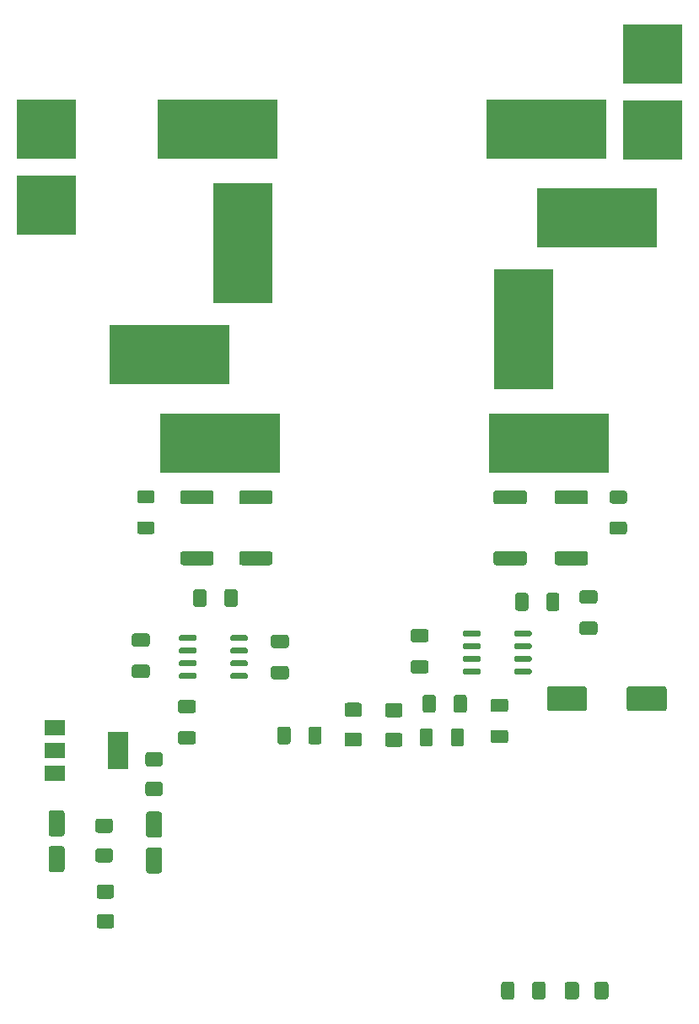
<source format=gbr>
%TF.GenerationSoftware,KiCad,Pcbnew,5.1.10-88a1d61d58~90~ubuntu20.04.1*%
%TF.CreationDate,2022-02-26T14:12:45+09:30*%
%TF.ProjectId,SWRBridge,53575242-7269-4646-9765-2e6b69636164,rev?*%
%TF.SameCoordinates,Original*%
%TF.FileFunction,Paste,Top*%
%TF.FilePolarity,Positive*%
%FSLAX46Y46*%
G04 Gerber Fmt 4.6, Leading zero omitted, Abs format (unit mm)*
G04 Created by KiCad (PCBNEW 5.1.10-88a1d61d58~90~ubuntu20.04.1) date 2022-02-26 14:12:45*
%MOMM*%
%LPD*%
G01*
G04 APERTURE LIST*
%ADD10R,12.000000X6.000000*%
%ADD11R,6.000000X12.000000*%
%ADD12R,2.000000X3.800000*%
%ADD13R,2.000000X1.500000*%
%ADD14R,6.000000X6.000000*%
G04 APERTURE END LIST*
%TO.C,C1*%
G36*
G01*
X116025500Y-108600001D02*
X116025500Y-107299999D01*
G75*
G02*
X116275499Y-107050000I249999J0D01*
G01*
X117100501Y-107050000D01*
G75*
G02*
X117350500Y-107299999I0J-249999D01*
G01*
X117350500Y-108600001D01*
G75*
G02*
X117100501Y-108850000I-249999J0D01*
G01*
X116275499Y-108850000D01*
G75*
G02*
X116025500Y-108600001I0J249999D01*
G01*
G37*
G36*
G01*
X112900500Y-108600001D02*
X112900500Y-107299999D01*
G75*
G02*
X113150499Y-107050000I249999J0D01*
G01*
X113975501Y-107050000D01*
G75*
G02*
X114225500Y-107299999I0J-249999D01*
G01*
X114225500Y-108600001D01*
G75*
G02*
X113975501Y-108850000I-249999J0D01*
G01*
X113150499Y-108850000D01*
G75*
G02*
X112900500Y-108600001I0J249999D01*
G01*
G37*
%TD*%
%TO.C,C2*%
G36*
G01*
X106982499Y-111503500D02*
X108282501Y-111503500D01*
G75*
G02*
X108532500Y-111753499I0J-249999D01*
G01*
X108532500Y-112578501D01*
G75*
G02*
X108282501Y-112828500I-249999J0D01*
G01*
X106982499Y-112828500D01*
G75*
G02*
X106732500Y-112578501I0J249999D01*
G01*
X106732500Y-111753499D01*
G75*
G02*
X106982499Y-111503500I249999J0D01*
G01*
G37*
G36*
G01*
X106982499Y-114628500D02*
X108282501Y-114628500D01*
G75*
G02*
X108532500Y-114878499I0J-249999D01*
G01*
X108532500Y-115703501D01*
G75*
G02*
X108282501Y-115953500I-249999J0D01*
G01*
X106982499Y-115953500D01*
G75*
G02*
X106732500Y-115703501I0J249999D01*
G01*
X106732500Y-114878499D01*
G75*
G02*
X106982499Y-114628500I249999J0D01*
G01*
G37*
%TD*%
%TO.C,C3*%
G36*
G01*
X98637000Y-132834000D02*
X99737000Y-132834000D01*
G75*
G02*
X99987000Y-133084000I0J-250000D01*
G01*
X99987000Y-135184000D01*
G75*
G02*
X99737000Y-135434000I-250000J0D01*
G01*
X98637000Y-135434000D01*
G75*
G02*
X98387000Y-135184000I0J250000D01*
G01*
X98387000Y-133084000D01*
G75*
G02*
X98637000Y-132834000I250000J0D01*
G01*
G37*
G36*
G01*
X98637000Y-129234000D02*
X99737000Y-129234000D01*
G75*
G02*
X99987000Y-129484000I0J-250000D01*
G01*
X99987000Y-131584000D01*
G75*
G02*
X99737000Y-131834000I-250000J0D01*
G01*
X98637000Y-131834000D01*
G75*
G02*
X98387000Y-131584000I0J250000D01*
G01*
X98387000Y-129484000D01*
G75*
G02*
X98637000Y-129234000I250000J0D01*
G01*
G37*
%TD*%
%TO.C,C4*%
G36*
G01*
X120952499Y-114755500D02*
X122252501Y-114755500D01*
G75*
G02*
X122502500Y-115005499I0J-249999D01*
G01*
X122502500Y-115830501D01*
G75*
G02*
X122252501Y-116080500I-249999J0D01*
G01*
X120952499Y-116080500D01*
G75*
G02*
X120702500Y-115830501I0J249999D01*
G01*
X120702500Y-115005499D01*
G75*
G02*
X120952499Y-114755500I249999J0D01*
G01*
G37*
G36*
G01*
X120952499Y-111630500D02*
X122252501Y-111630500D01*
G75*
G02*
X122502500Y-111880499I0J-249999D01*
G01*
X122502500Y-112705501D01*
G75*
G02*
X122252501Y-112955500I-249999J0D01*
G01*
X120952499Y-112955500D01*
G75*
G02*
X120702500Y-112705501I0J249999D01*
G01*
X120702500Y-111880499D01*
G75*
G02*
X120952499Y-111630500I249999J0D01*
G01*
G37*
%TD*%
%TO.C,C5*%
G36*
G01*
X111617999Y-118171000D02*
X112918001Y-118171000D01*
G75*
G02*
X113168000Y-118420999I0J-249999D01*
G01*
X113168000Y-119246001D01*
G75*
G02*
X112918001Y-119496000I-249999J0D01*
G01*
X111617999Y-119496000D01*
G75*
G02*
X111368000Y-119246001I0J249999D01*
G01*
X111368000Y-118420999D01*
G75*
G02*
X111617999Y-118171000I249999J0D01*
G01*
G37*
G36*
G01*
X111617999Y-121296000D02*
X112918001Y-121296000D01*
G75*
G02*
X113168000Y-121545999I0J-249999D01*
G01*
X113168000Y-122371001D01*
G75*
G02*
X112918001Y-122621000I-249999J0D01*
G01*
X111617999Y-122621000D01*
G75*
G02*
X111368000Y-122371001I0J249999D01*
G01*
X111368000Y-121545999D01*
G75*
G02*
X111617999Y-121296000I249999J0D01*
G01*
G37*
%TD*%
%TO.C,C6*%
G36*
G01*
X146547000Y-107680999D02*
X146547000Y-108981001D01*
G75*
G02*
X146297001Y-109231000I-249999J0D01*
G01*
X145471999Y-109231000D01*
G75*
G02*
X145222000Y-108981001I0J249999D01*
G01*
X145222000Y-107680999D01*
G75*
G02*
X145471999Y-107431000I249999J0D01*
G01*
X146297001Y-107431000D01*
G75*
G02*
X146547000Y-107680999I0J-249999D01*
G01*
G37*
G36*
G01*
X149672000Y-107680999D02*
X149672000Y-108981001D01*
G75*
G02*
X149422001Y-109231000I-249999J0D01*
G01*
X148596999Y-109231000D01*
G75*
G02*
X148347000Y-108981001I0J249999D01*
G01*
X148347000Y-107680999D01*
G75*
G02*
X148596999Y-107431000I249999J0D01*
G01*
X149422001Y-107431000D01*
G75*
G02*
X149672000Y-107680999I0J-249999D01*
G01*
G37*
%TD*%
%TO.C,C7*%
G36*
G01*
X125796000Y-121079499D02*
X125796000Y-122379501D01*
G75*
G02*
X125546001Y-122629500I-249999J0D01*
G01*
X124720999Y-122629500D01*
G75*
G02*
X124471000Y-122379501I0J249999D01*
G01*
X124471000Y-121079499D01*
G75*
G02*
X124720999Y-120829500I249999J0D01*
G01*
X125546001Y-120829500D01*
G75*
G02*
X125796000Y-121079499I0J-249999D01*
G01*
G37*
G36*
G01*
X122671000Y-121079499D02*
X122671000Y-122379501D01*
G75*
G02*
X122421001Y-122629500I-249999J0D01*
G01*
X121595999Y-122629500D01*
G75*
G02*
X121346000Y-122379501I0J249999D01*
G01*
X121346000Y-121079499D01*
G75*
G02*
X121595999Y-120829500I249999J0D01*
G01*
X122421001Y-120829500D01*
G75*
G02*
X122671000Y-121079499I0J-249999D01*
G01*
G37*
%TD*%
%TO.C,C8*%
G36*
G01*
X108416000Y-129361000D02*
X109516000Y-129361000D01*
G75*
G02*
X109766000Y-129611000I0J-250000D01*
G01*
X109766000Y-131711000D01*
G75*
G02*
X109516000Y-131961000I-250000J0D01*
G01*
X108416000Y-131961000D01*
G75*
G02*
X108166000Y-131711000I0J250000D01*
G01*
X108166000Y-129611000D01*
G75*
G02*
X108416000Y-129361000I250000J0D01*
G01*
G37*
G36*
G01*
X108416000Y-132961000D02*
X109516000Y-132961000D01*
G75*
G02*
X109766000Y-133211000I0J-250000D01*
G01*
X109766000Y-135311000D01*
G75*
G02*
X109516000Y-135561000I-250000J0D01*
G01*
X108416000Y-135561000D01*
G75*
G02*
X108166000Y-135311000I0J250000D01*
G01*
X108166000Y-133211000D01*
G75*
G02*
X108416000Y-132961000I250000J0D01*
G01*
G37*
%TD*%
%TO.C,C9*%
G36*
G01*
X134985999Y-114184000D02*
X136286001Y-114184000D01*
G75*
G02*
X136536000Y-114433999I0J-249999D01*
G01*
X136536000Y-115259001D01*
G75*
G02*
X136286001Y-115509000I-249999J0D01*
G01*
X134985999Y-115509000D01*
G75*
G02*
X134736000Y-115259001I0J249999D01*
G01*
X134736000Y-114433999D01*
G75*
G02*
X134985999Y-114184000I249999J0D01*
G01*
G37*
G36*
G01*
X134985999Y-111059000D02*
X136286001Y-111059000D01*
G75*
G02*
X136536000Y-111308999I0J-249999D01*
G01*
X136536000Y-112134001D01*
G75*
G02*
X136286001Y-112384000I-249999J0D01*
G01*
X134985999Y-112384000D01*
G75*
G02*
X134736000Y-112134001I0J249999D01*
G01*
X134736000Y-111308999D01*
G75*
G02*
X134985999Y-111059000I249999J0D01*
G01*
G37*
%TD*%
%TO.C,C10*%
G36*
G01*
X153240501Y-111635500D02*
X151940499Y-111635500D01*
G75*
G02*
X151690500Y-111385501I0J249999D01*
G01*
X151690500Y-110560499D01*
G75*
G02*
X151940499Y-110310500I249999J0D01*
G01*
X153240501Y-110310500D01*
G75*
G02*
X153490500Y-110560499I0J-249999D01*
G01*
X153490500Y-111385501D01*
G75*
G02*
X153240501Y-111635500I-249999J0D01*
G01*
G37*
G36*
G01*
X153240501Y-108510500D02*
X151940499Y-108510500D01*
G75*
G02*
X151690500Y-108260501I0J249999D01*
G01*
X151690500Y-107435499D01*
G75*
G02*
X151940499Y-107185500I249999J0D01*
G01*
X153240501Y-107185500D01*
G75*
G02*
X153490500Y-107435499I0J-249999D01*
G01*
X153490500Y-108260501D01*
G75*
G02*
X153240501Y-108510500I-249999J0D01*
G01*
G37*
%TD*%
%TO.C,C11*%
G36*
G01*
X142986999Y-121169000D02*
X144287001Y-121169000D01*
G75*
G02*
X144537000Y-121418999I0J-249999D01*
G01*
X144537000Y-122244001D01*
G75*
G02*
X144287001Y-122494000I-249999J0D01*
G01*
X142986999Y-122494000D01*
G75*
G02*
X142737000Y-122244001I0J249999D01*
G01*
X142737000Y-121418999D01*
G75*
G02*
X142986999Y-121169000I249999J0D01*
G01*
G37*
G36*
G01*
X142986999Y-118044000D02*
X144287001Y-118044000D01*
G75*
G02*
X144537000Y-118293999I0J-249999D01*
G01*
X144537000Y-119119001D01*
G75*
G02*
X144287001Y-119369000I-249999J0D01*
G01*
X142986999Y-119369000D01*
G75*
G02*
X142737000Y-119119001I0J249999D01*
G01*
X142737000Y-118293999D01*
G75*
G02*
X142986999Y-118044000I249999J0D01*
G01*
G37*
%TD*%
%TO.C,C12*%
G36*
G01*
X135633500Y-122570001D02*
X135633500Y-121269999D01*
G75*
G02*
X135883499Y-121020000I249999J0D01*
G01*
X136708501Y-121020000D01*
G75*
G02*
X136958500Y-121269999I0J-249999D01*
G01*
X136958500Y-122570001D01*
G75*
G02*
X136708501Y-122820000I-249999J0D01*
G01*
X135883499Y-122820000D01*
G75*
G02*
X135633500Y-122570001I0J249999D01*
G01*
G37*
G36*
G01*
X138758500Y-122570001D02*
X138758500Y-121269999D01*
G75*
G02*
X139008499Y-121020000I249999J0D01*
G01*
X139833501Y-121020000D01*
G75*
G02*
X140083500Y-121269999I0J-249999D01*
G01*
X140083500Y-122570001D01*
G75*
G02*
X139833501Y-122820000I-249999J0D01*
G01*
X139008499Y-122820000D01*
G75*
G02*
X138758500Y-122570001I0J249999D01*
G01*
G37*
%TD*%
%TO.C,C13*%
G36*
G01*
X148275000Y-146669999D02*
X148275000Y-147970001D01*
G75*
G02*
X148025001Y-148220000I-249999J0D01*
G01*
X147199999Y-148220000D01*
G75*
G02*
X146950000Y-147970001I0J249999D01*
G01*
X146950000Y-146669999D01*
G75*
G02*
X147199999Y-146420000I249999J0D01*
G01*
X148025001Y-146420000D01*
G75*
G02*
X148275000Y-146669999I0J-249999D01*
G01*
G37*
G36*
G01*
X145150000Y-146669999D02*
X145150000Y-147970001D01*
G75*
G02*
X144900001Y-148220000I-249999J0D01*
G01*
X144074999Y-148220000D01*
G75*
G02*
X143825000Y-147970001I0J249999D01*
G01*
X143825000Y-146669999D01*
G75*
G02*
X144074999Y-146420000I249999J0D01*
G01*
X144900001Y-146420000D01*
G75*
G02*
X145150000Y-146669999I0J-249999D01*
G01*
G37*
%TD*%
%TO.C,C14*%
G36*
G01*
X139051000Y-119204501D02*
X139051000Y-117904499D01*
G75*
G02*
X139300999Y-117654500I249999J0D01*
G01*
X140126001Y-117654500D01*
G75*
G02*
X140376000Y-117904499I0J-249999D01*
G01*
X140376000Y-119204501D01*
G75*
G02*
X140126001Y-119454500I-249999J0D01*
G01*
X139300999Y-119454500D01*
G75*
G02*
X139051000Y-119204501I0J249999D01*
G01*
G37*
G36*
G01*
X135926000Y-119204501D02*
X135926000Y-117904499D01*
G75*
G02*
X136175999Y-117654500I249999J0D01*
G01*
X137001001Y-117654500D01*
G75*
G02*
X137251000Y-117904499I0J-249999D01*
G01*
X137251000Y-119204501D01*
G75*
G02*
X137001001Y-119454500I-249999J0D01*
G01*
X136175999Y-119454500D01*
G75*
G02*
X135926000Y-119204501I0J249999D01*
G01*
G37*
%TD*%
%TO.C,C15*%
G36*
G01*
X160432000Y-117046500D02*
X160432000Y-119046500D01*
G75*
G02*
X160182000Y-119296500I-250000J0D01*
G01*
X156682000Y-119296500D01*
G75*
G02*
X156432000Y-119046500I0J250000D01*
G01*
X156432000Y-117046500D01*
G75*
G02*
X156682000Y-116796500I250000J0D01*
G01*
X160182000Y-116796500D01*
G75*
G02*
X160432000Y-117046500I0J-250000D01*
G01*
G37*
G36*
G01*
X152432000Y-117046500D02*
X152432000Y-119046500D01*
G75*
G02*
X152182000Y-119296500I-250000J0D01*
G01*
X148682000Y-119296500D01*
G75*
G02*
X148432000Y-119046500I0J250000D01*
G01*
X148432000Y-117046500D01*
G75*
G02*
X148682000Y-116796500I250000J0D01*
G01*
X152182000Y-116796500D01*
G75*
G02*
X152432000Y-117046500I0J-250000D01*
G01*
G37*
%TD*%
%TO.C,D1*%
G36*
G01*
X103451500Y-136674500D02*
X104701500Y-136674500D01*
G75*
G02*
X104951500Y-136924500I0J-250000D01*
G01*
X104951500Y-137849500D01*
G75*
G02*
X104701500Y-138099500I-250000J0D01*
G01*
X103451500Y-138099500D01*
G75*
G02*
X103201500Y-137849500I0J250000D01*
G01*
X103201500Y-136924500D01*
G75*
G02*
X103451500Y-136674500I250000J0D01*
G01*
G37*
G36*
G01*
X103451500Y-139649500D02*
X104701500Y-139649500D01*
G75*
G02*
X104951500Y-139899500I0J-250000D01*
G01*
X104951500Y-140824500D01*
G75*
G02*
X104701500Y-141074500I-250000J0D01*
G01*
X103451500Y-141074500D01*
G75*
G02*
X103201500Y-140824500I0J250000D01*
G01*
X103201500Y-139899500D01*
G75*
G02*
X103451500Y-139649500I250000J0D01*
G01*
G37*
%TD*%
%TO.C,L1*%
G36*
G01*
X104574500Y-131495500D02*
X103324500Y-131495500D01*
G75*
G02*
X103074500Y-131245500I0J250000D01*
G01*
X103074500Y-130320500D01*
G75*
G02*
X103324500Y-130070500I250000J0D01*
G01*
X104574500Y-130070500D01*
G75*
G02*
X104824500Y-130320500I0J-250000D01*
G01*
X104824500Y-131245500D01*
G75*
G02*
X104574500Y-131495500I-250000J0D01*
G01*
G37*
G36*
G01*
X104574500Y-134470500D02*
X103324500Y-134470500D01*
G75*
G02*
X103074500Y-134220500I0J250000D01*
G01*
X103074500Y-133295500D01*
G75*
G02*
X103324500Y-133045500I250000J0D01*
G01*
X104574500Y-133045500D01*
G75*
G02*
X104824500Y-133295500I0J-250000D01*
G01*
X104824500Y-134220500D01*
G75*
G02*
X104574500Y-134470500I-250000J0D01*
G01*
G37*
%TD*%
%TO.C,L2*%
G36*
G01*
X128343500Y-121425000D02*
X129593500Y-121425000D01*
G75*
G02*
X129843500Y-121675000I0J-250000D01*
G01*
X129843500Y-122600000D01*
G75*
G02*
X129593500Y-122850000I-250000J0D01*
G01*
X128343500Y-122850000D01*
G75*
G02*
X128093500Y-122600000I0J250000D01*
G01*
X128093500Y-121675000D01*
G75*
G02*
X128343500Y-121425000I250000J0D01*
G01*
G37*
G36*
G01*
X128343500Y-118450000D02*
X129593500Y-118450000D01*
G75*
G02*
X129843500Y-118700000I0J-250000D01*
G01*
X129843500Y-119625000D01*
G75*
G02*
X129593500Y-119875000I-250000J0D01*
G01*
X128343500Y-119875000D01*
G75*
G02*
X128093500Y-119625000I0J250000D01*
G01*
X128093500Y-118700000D01*
G75*
G02*
X128343500Y-118450000I250000J0D01*
G01*
G37*
%TD*%
%TO.C,L3*%
G36*
G01*
X109591000Y-127803000D02*
X108341000Y-127803000D01*
G75*
G02*
X108091000Y-127553000I0J250000D01*
G01*
X108091000Y-126628000D01*
G75*
G02*
X108341000Y-126378000I250000J0D01*
G01*
X109591000Y-126378000D01*
G75*
G02*
X109841000Y-126628000I0J-250000D01*
G01*
X109841000Y-127553000D01*
G75*
G02*
X109591000Y-127803000I-250000J0D01*
G01*
G37*
G36*
G01*
X109591000Y-124828000D02*
X108341000Y-124828000D01*
G75*
G02*
X108091000Y-124578000I0J250000D01*
G01*
X108091000Y-123653000D01*
G75*
G02*
X108341000Y-123403000I250000J0D01*
G01*
X109591000Y-123403000D01*
G75*
G02*
X109841000Y-123653000I0J-250000D01*
G01*
X109841000Y-124578000D01*
G75*
G02*
X109591000Y-124828000I-250000J0D01*
G01*
G37*
%TD*%
%TO.C,L4*%
G36*
G01*
X154600000Y-146695000D02*
X154600000Y-147945000D01*
G75*
G02*
X154350000Y-148195000I-250000J0D01*
G01*
X153425000Y-148195000D01*
G75*
G02*
X153175000Y-147945000I0J250000D01*
G01*
X153175000Y-146695000D01*
G75*
G02*
X153425000Y-146445000I250000J0D01*
G01*
X154350000Y-146445000D01*
G75*
G02*
X154600000Y-146695000I0J-250000D01*
G01*
G37*
G36*
G01*
X151625000Y-146695000D02*
X151625000Y-147945000D01*
G75*
G02*
X151375000Y-148195000I-250000J0D01*
G01*
X150450000Y-148195000D01*
G75*
G02*
X150200000Y-147945000I0J250000D01*
G01*
X150200000Y-146695000D01*
G75*
G02*
X150450000Y-146445000I250000J0D01*
G01*
X151375000Y-146445000D01*
G75*
G02*
X151625000Y-146695000I0J-250000D01*
G01*
G37*
%TD*%
%TO.C,L5*%
G36*
G01*
X132407500Y-118486500D02*
X133657500Y-118486500D01*
G75*
G02*
X133907500Y-118736500I0J-250000D01*
G01*
X133907500Y-119661500D01*
G75*
G02*
X133657500Y-119911500I-250000J0D01*
G01*
X132407500Y-119911500D01*
G75*
G02*
X132157500Y-119661500I0J250000D01*
G01*
X132157500Y-118736500D01*
G75*
G02*
X132407500Y-118486500I250000J0D01*
G01*
G37*
G36*
G01*
X132407500Y-121461500D02*
X133657500Y-121461500D01*
G75*
G02*
X133907500Y-121711500I0J-250000D01*
G01*
X133907500Y-122636500D01*
G75*
G02*
X133657500Y-122886500I-250000J0D01*
G01*
X132407500Y-122886500D01*
G75*
G02*
X132157500Y-122636500I0J250000D01*
G01*
X132157500Y-121711500D01*
G75*
G02*
X132407500Y-121461500I250000J0D01*
G01*
G37*
%TD*%
%TO.C,R1*%
G36*
G01*
X117764499Y-103251500D02*
X120614501Y-103251500D01*
G75*
G02*
X120864500Y-103501499I0J-249999D01*
G01*
X120864500Y-104401501D01*
G75*
G02*
X120614501Y-104651500I-249999J0D01*
G01*
X117764499Y-104651500D01*
G75*
G02*
X117514500Y-104401501I0J249999D01*
G01*
X117514500Y-103501499D01*
G75*
G02*
X117764499Y-103251500I249999J0D01*
G01*
G37*
G36*
G01*
X117764499Y-97151500D02*
X120614501Y-97151500D01*
G75*
G02*
X120864500Y-97401499I0J-249999D01*
G01*
X120864500Y-98301501D01*
G75*
G02*
X120614501Y-98551500I-249999J0D01*
G01*
X117764499Y-98551500D01*
G75*
G02*
X117514500Y-98301501I0J249999D01*
G01*
X117514500Y-97401499D01*
G75*
G02*
X117764499Y-97151500I249999J0D01*
G01*
G37*
%TD*%
%TO.C,R2*%
G36*
G01*
X108765500Y-101551500D02*
X107515500Y-101551500D01*
G75*
G02*
X107265500Y-101301500I0J250000D01*
G01*
X107265500Y-100501500D01*
G75*
G02*
X107515500Y-100251500I250000J0D01*
G01*
X108765500Y-100251500D01*
G75*
G02*
X109015500Y-100501500I0J-250000D01*
G01*
X109015500Y-101301500D01*
G75*
G02*
X108765500Y-101551500I-250000J0D01*
G01*
G37*
G36*
G01*
X108765500Y-98451500D02*
X107515500Y-98451500D01*
G75*
G02*
X107265500Y-98201500I0J250000D01*
G01*
X107265500Y-97401500D01*
G75*
G02*
X107515500Y-97151500I250000J0D01*
G01*
X108765500Y-97151500D01*
G75*
G02*
X109015500Y-97401500I0J-250000D01*
G01*
X109015500Y-98201500D01*
G75*
G02*
X108765500Y-98451500I-250000J0D01*
G01*
G37*
%TD*%
%TO.C,R3*%
G36*
G01*
X111858999Y-97151500D02*
X114709001Y-97151500D01*
G75*
G02*
X114959000Y-97401499I0J-249999D01*
G01*
X114959000Y-98301501D01*
G75*
G02*
X114709001Y-98551500I-249999J0D01*
G01*
X111858999Y-98551500D01*
G75*
G02*
X111609000Y-98301501I0J249999D01*
G01*
X111609000Y-97401499D01*
G75*
G02*
X111858999Y-97151500I249999J0D01*
G01*
G37*
G36*
G01*
X111858999Y-103251500D02*
X114709001Y-103251500D01*
G75*
G02*
X114959000Y-103501499I0J-249999D01*
G01*
X114959000Y-104401501D01*
G75*
G02*
X114709001Y-104651500I-249999J0D01*
G01*
X111858999Y-104651500D01*
G75*
G02*
X111609000Y-104401501I0J249999D01*
G01*
X111609000Y-103501499D01*
G75*
G02*
X111858999Y-103251500I249999J0D01*
G01*
G37*
%TD*%
%TO.C,R4*%
G36*
G01*
X149450999Y-97151500D02*
X152301001Y-97151500D01*
G75*
G02*
X152551000Y-97401499I0J-249999D01*
G01*
X152551000Y-98301501D01*
G75*
G02*
X152301001Y-98551500I-249999J0D01*
G01*
X149450999Y-98551500D01*
G75*
G02*
X149201000Y-98301501I0J249999D01*
G01*
X149201000Y-97401499D01*
G75*
G02*
X149450999Y-97151500I249999J0D01*
G01*
G37*
G36*
G01*
X149450999Y-103251500D02*
X152301001Y-103251500D01*
G75*
G02*
X152551000Y-103501499I0J-249999D01*
G01*
X152551000Y-104401501D01*
G75*
G02*
X152301001Y-104651500I-249999J0D01*
G01*
X149450999Y-104651500D01*
G75*
G02*
X149201000Y-104401501I0J249999D01*
G01*
X149201000Y-103501499D01*
G75*
G02*
X149450999Y-103251500I249999J0D01*
G01*
G37*
%TD*%
%TO.C,R5*%
G36*
G01*
X146141501Y-98551500D02*
X143291499Y-98551500D01*
G75*
G02*
X143041500Y-98301501I0J249999D01*
G01*
X143041500Y-97401499D01*
G75*
G02*
X143291499Y-97151500I249999J0D01*
G01*
X146141501Y-97151500D01*
G75*
G02*
X146391500Y-97401499I0J-249999D01*
G01*
X146391500Y-98301501D01*
G75*
G02*
X146141501Y-98551500I-249999J0D01*
G01*
G37*
G36*
G01*
X146141501Y-104651500D02*
X143291499Y-104651500D01*
G75*
G02*
X143041500Y-104401501I0J249999D01*
G01*
X143041500Y-103501499D01*
G75*
G02*
X143291499Y-103251500I249999J0D01*
G01*
X146141501Y-103251500D01*
G75*
G02*
X146391500Y-103501499I0J-249999D01*
G01*
X146391500Y-104401501D01*
G75*
G02*
X146141501Y-104651500I-249999J0D01*
G01*
G37*
%TD*%
%TO.C,R6*%
G36*
G01*
X154950000Y-100277500D02*
X156200000Y-100277500D01*
G75*
G02*
X156450000Y-100527500I0J-250000D01*
G01*
X156450000Y-101327500D01*
G75*
G02*
X156200000Y-101577500I-250000J0D01*
G01*
X154950000Y-101577500D01*
G75*
G02*
X154700000Y-101327500I0J250000D01*
G01*
X154700000Y-100527500D01*
G75*
G02*
X154950000Y-100277500I250000J0D01*
G01*
G37*
G36*
G01*
X154950000Y-97177500D02*
X156200000Y-97177500D01*
G75*
G02*
X156450000Y-97427500I0J-250000D01*
G01*
X156450000Y-98227500D01*
G75*
G02*
X156200000Y-98477500I-250000J0D01*
G01*
X154950000Y-98477500D01*
G75*
G02*
X154700000Y-98227500I0J250000D01*
G01*
X154700000Y-97427500D01*
G75*
G02*
X154950000Y-97177500I250000J0D01*
G01*
G37*
%TD*%
D10*
%TO.C,T1*%
X115379500Y-60896500D03*
X148399500Y-60896500D03*
X153479500Y-69786500D03*
D11*
X117919500Y-72326500D03*
%TD*%
%TO.C,T2*%
X146050000Y-81026000D03*
D10*
X110490000Y-83566000D03*
X115570000Y-92456000D03*
X148590000Y-92456000D03*
%TD*%
%TO.C,U1*%
G36*
G01*
X111485000Y-112100500D02*
X111485000Y-111800500D01*
G75*
G02*
X111635000Y-111650500I150000J0D01*
G01*
X113085000Y-111650500D01*
G75*
G02*
X113235000Y-111800500I0J-150000D01*
G01*
X113235000Y-112100500D01*
G75*
G02*
X113085000Y-112250500I-150000J0D01*
G01*
X111635000Y-112250500D01*
G75*
G02*
X111485000Y-112100500I0J150000D01*
G01*
G37*
G36*
G01*
X111485000Y-113370500D02*
X111485000Y-113070500D01*
G75*
G02*
X111635000Y-112920500I150000J0D01*
G01*
X113085000Y-112920500D01*
G75*
G02*
X113235000Y-113070500I0J-150000D01*
G01*
X113235000Y-113370500D01*
G75*
G02*
X113085000Y-113520500I-150000J0D01*
G01*
X111635000Y-113520500D01*
G75*
G02*
X111485000Y-113370500I0J150000D01*
G01*
G37*
G36*
G01*
X111485000Y-114640500D02*
X111485000Y-114340500D01*
G75*
G02*
X111635000Y-114190500I150000J0D01*
G01*
X113085000Y-114190500D01*
G75*
G02*
X113235000Y-114340500I0J-150000D01*
G01*
X113235000Y-114640500D01*
G75*
G02*
X113085000Y-114790500I-150000J0D01*
G01*
X111635000Y-114790500D01*
G75*
G02*
X111485000Y-114640500I0J150000D01*
G01*
G37*
G36*
G01*
X111485000Y-115910500D02*
X111485000Y-115610500D01*
G75*
G02*
X111635000Y-115460500I150000J0D01*
G01*
X113085000Y-115460500D01*
G75*
G02*
X113235000Y-115610500I0J-150000D01*
G01*
X113235000Y-115910500D01*
G75*
G02*
X113085000Y-116060500I-150000J0D01*
G01*
X111635000Y-116060500D01*
G75*
G02*
X111485000Y-115910500I0J150000D01*
G01*
G37*
G36*
G01*
X116635000Y-115910500D02*
X116635000Y-115610500D01*
G75*
G02*
X116785000Y-115460500I150000J0D01*
G01*
X118235000Y-115460500D01*
G75*
G02*
X118385000Y-115610500I0J-150000D01*
G01*
X118385000Y-115910500D01*
G75*
G02*
X118235000Y-116060500I-150000J0D01*
G01*
X116785000Y-116060500D01*
G75*
G02*
X116635000Y-115910500I0J150000D01*
G01*
G37*
G36*
G01*
X116635000Y-114640500D02*
X116635000Y-114340500D01*
G75*
G02*
X116785000Y-114190500I150000J0D01*
G01*
X118235000Y-114190500D01*
G75*
G02*
X118385000Y-114340500I0J-150000D01*
G01*
X118385000Y-114640500D01*
G75*
G02*
X118235000Y-114790500I-150000J0D01*
G01*
X116785000Y-114790500D01*
G75*
G02*
X116635000Y-114640500I0J150000D01*
G01*
G37*
G36*
G01*
X116635000Y-113370500D02*
X116635000Y-113070500D01*
G75*
G02*
X116785000Y-112920500I150000J0D01*
G01*
X118235000Y-112920500D01*
G75*
G02*
X118385000Y-113070500I0J-150000D01*
G01*
X118385000Y-113370500D01*
G75*
G02*
X118235000Y-113520500I-150000J0D01*
G01*
X116785000Y-113520500D01*
G75*
G02*
X116635000Y-113370500I0J150000D01*
G01*
G37*
G36*
G01*
X116635000Y-112100500D02*
X116635000Y-111800500D01*
G75*
G02*
X116785000Y-111650500I150000J0D01*
G01*
X118235000Y-111650500D01*
G75*
G02*
X118385000Y-111800500I0J-150000D01*
G01*
X118385000Y-112100500D01*
G75*
G02*
X118235000Y-112250500I-150000J0D01*
G01*
X116785000Y-112250500D01*
G75*
G02*
X116635000Y-112100500I0J150000D01*
G01*
G37*
%TD*%
D12*
%TO.C,U2*%
X105321500Y-123253500D03*
D13*
X99021500Y-123253500D03*
X99021500Y-125553500D03*
X99021500Y-120953500D03*
%TD*%
%TO.C,U3*%
G36*
G01*
X145146500Y-111656000D02*
X145146500Y-111356000D01*
G75*
G02*
X145296500Y-111206000I150000J0D01*
G01*
X146746500Y-111206000D01*
G75*
G02*
X146896500Y-111356000I0J-150000D01*
G01*
X146896500Y-111656000D01*
G75*
G02*
X146746500Y-111806000I-150000J0D01*
G01*
X145296500Y-111806000D01*
G75*
G02*
X145146500Y-111656000I0J150000D01*
G01*
G37*
G36*
G01*
X145146500Y-112926000D02*
X145146500Y-112626000D01*
G75*
G02*
X145296500Y-112476000I150000J0D01*
G01*
X146746500Y-112476000D01*
G75*
G02*
X146896500Y-112626000I0J-150000D01*
G01*
X146896500Y-112926000D01*
G75*
G02*
X146746500Y-113076000I-150000J0D01*
G01*
X145296500Y-113076000D01*
G75*
G02*
X145146500Y-112926000I0J150000D01*
G01*
G37*
G36*
G01*
X145146500Y-114196000D02*
X145146500Y-113896000D01*
G75*
G02*
X145296500Y-113746000I150000J0D01*
G01*
X146746500Y-113746000D01*
G75*
G02*
X146896500Y-113896000I0J-150000D01*
G01*
X146896500Y-114196000D01*
G75*
G02*
X146746500Y-114346000I-150000J0D01*
G01*
X145296500Y-114346000D01*
G75*
G02*
X145146500Y-114196000I0J150000D01*
G01*
G37*
G36*
G01*
X145146500Y-115466000D02*
X145146500Y-115166000D01*
G75*
G02*
X145296500Y-115016000I150000J0D01*
G01*
X146746500Y-115016000D01*
G75*
G02*
X146896500Y-115166000I0J-150000D01*
G01*
X146896500Y-115466000D01*
G75*
G02*
X146746500Y-115616000I-150000J0D01*
G01*
X145296500Y-115616000D01*
G75*
G02*
X145146500Y-115466000I0J150000D01*
G01*
G37*
G36*
G01*
X139996500Y-115466000D02*
X139996500Y-115166000D01*
G75*
G02*
X140146500Y-115016000I150000J0D01*
G01*
X141596500Y-115016000D01*
G75*
G02*
X141746500Y-115166000I0J-150000D01*
G01*
X141746500Y-115466000D01*
G75*
G02*
X141596500Y-115616000I-150000J0D01*
G01*
X140146500Y-115616000D01*
G75*
G02*
X139996500Y-115466000I0J150000D01*
G01*
G37*
G36*
G01*
X139996500Y-114196000D02*
X139996500Y-113896000D01*
G75*
G02*
X140146500Y-113746000I150000J0D01*
G01*
X141596500Y-113746000D01*
G75*
G02*
X141746500Y-113896000I0J-150000D01*
G01*
X141746500Y-114196000D01*
G75*
G02*
X141596500Y-114346000I-150000J0D01*
G01*
X140146500Y-114346000D01*
G75*
G02*
X139996500Y-114196000I0J150000D01*
G01*
G37*
G36*
G01*
X139996500Y-112926000D02*
X139996500Y-112626000D01*
G75*
G02*
X140146500Y-112476000I150000J0D01*
G01*
X141596500Y-112476000D01*
G75*
G02*
X141746500Y-112626000I0J-150000D01*
G01*
X141746500Y-112926000D01*
G75*
G02*
X141596500Y-113076000I-150000J0D01*
G01*
X140146500Y-113076000D01*
G75*
G02*
X139996500Y-112926000I0J150000D01*
G01*
G37*
G36*
G01*
X139996500Y-111656000D02*
X139996500Y-111356000D01*
G75*
G02*
X140146500Y-111206000I150000J0D01*
G01*
X141596500Y-111206000D01*
G75*
G02*
X141746500Y-111356000I0J-150000D01*
G01*
X141746500Y-111656000D01*
G75*
G02*
X141596500Y-111806000I-150000J0D01*
G01*
X140146500Y-111806000D01*
G75*
G02*
X139996500Y-111656000I0J150000D01*
G01*
G37*
%TD*%
D14*
%TO.C,J2*%
X98171000Y-68580000D03*
X98171000Y-60960000D03*
%TD*%
%TO.C,J3*%
X159004000Y-61023500D03*
X159004000Y-53403500D03*
%TD*%
M02*

</source>
